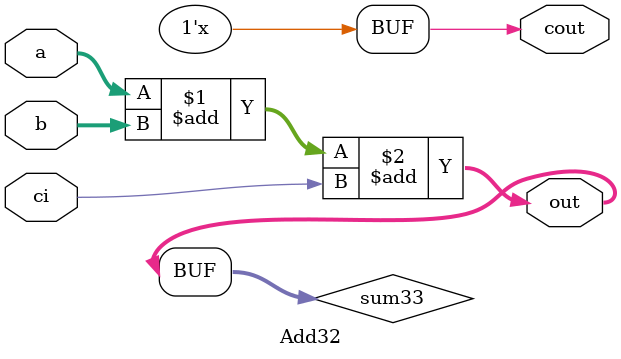
<source format=v>
module Add32 (a, b, out, ci, cout);

	parameter width = 32;
	
	input ci;
	input [width-1:0] a;
	input [width-1:0] b;
	output cout;
	output [width-1:0] out;
	
	wire [width-1:0] sum33;
	assign sum33 = a + b + ci;
	assign out = sum33[width-1:0];
	assign cout = sum33[width];
	
endmodule
</source>
